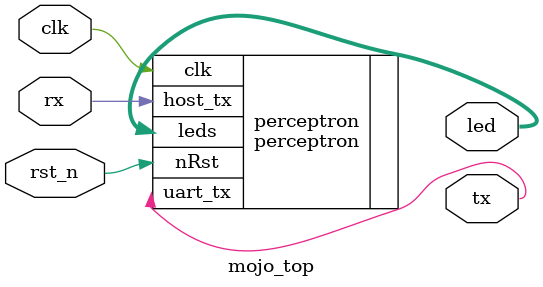
<source format=v>
module mojo_top(
    // 50MHz clock input
    input clk,
    // Input from reset button (active low)
    input rst_n,
    // Outputs to the 8 onboard LEDs
    output[7:0]led,
    // UART
    output tx,
    input rx
);

wire rst = ~rst_n; // make reset active high


///////////////////////////////////////////////////
// Points to top module of perceptron code
perceptron perceptron(
   .clk     (clk),
   .nRst    (rst_n),
   .host_tx (rx),
   .uart_tx (tx),
   .leds    (led)
);
///////////////////////////////////////////////////



endmodule

</source>
